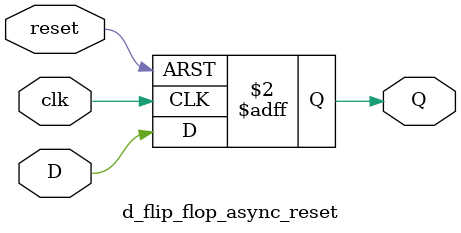
<source format=v>
module d_flip_flop_async_reset (input D, clk, reset, output reg Q);
    always @(posedge clk or posedge reset)
    begin
        if (reset)
            Q <= 1'b0;   // Asynchronous reset to 0
        else
            Q <= D;      // Capture input D on positive clock edge
    end
endmodule
// End of File
</source>
